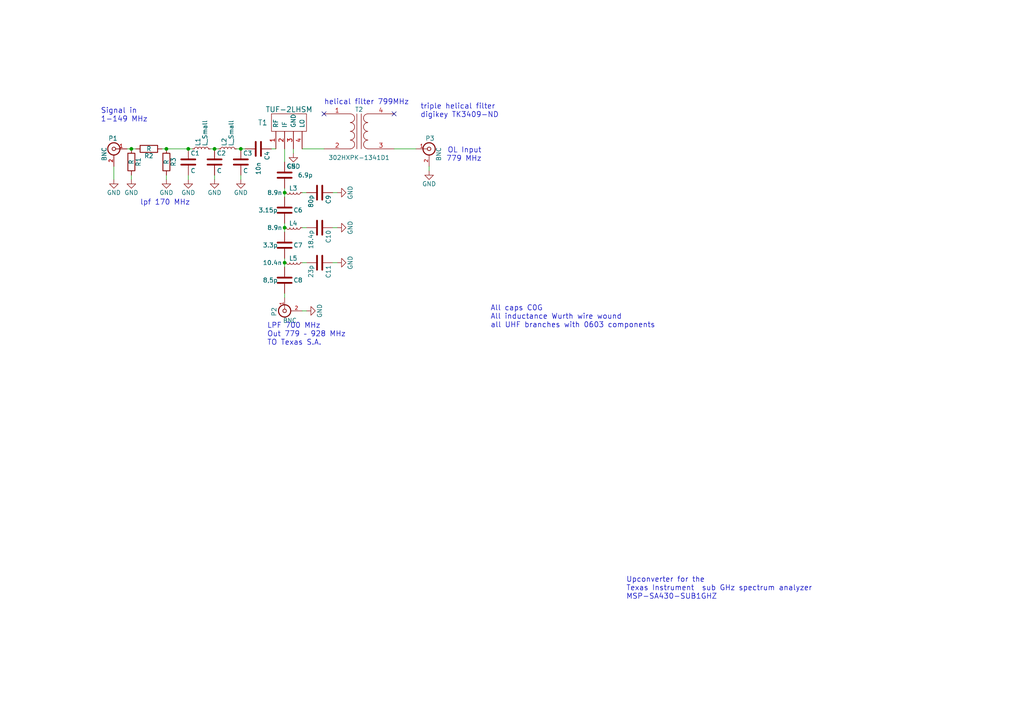
<source format=kicad_sch>
(kicad_sch (version 20230121) (generator eeschema)
  (paper "A4")
  (lib_symbols
    (symbol "AS_Upcvt-rescue:BNC" (pin_names (offset 1.016) hide)
      (property "Reference" "P" (at 0.254 3.048 0))
      (property "Value" "BNC" (at 2.794 -1.524 90))
      (symbol "BNC_0_1"
        (circle (center 0 0) (radius 0.508) (stroke (width 0.2032)))
        (circle (center 0 0) (radius 1.778) (stroke (width 0.3048)))
      )
      (symbol "BNC_1_1"
        (pin passive line (at -3.81 0 0) (length 3.302) (name "In") (number "1"))
        (pin passive line (at 0 -5.08 90) (length 3.302) (name "Ext") (number "2"))
      )
    )
    (symbol "AS_Upcvt-rescue:C" (pin_numbers hide) (pin_names (offset 0.254))
      (property "Reference" "C" (at 0.635 2.54 0))
      (property "Value" "C" (at 0.635 -2.54 0))
      (symbol "C_0_1"
        (polyline (pts (xy -2.032 -0.762) (xy 2.032 -0.762)) (stroke (width 0.508)))
        (polyline (pts (xy -2.032 0.762) (xy 2.032 0.762)) (stroke (width 0.508)))
      )
      (symbol "C_1_1"
        (pin passive line (at 0 3.81 270) (length 2.794) (name "~") (number "1"))
        (pin passive line (at 0 -3.81 90) (length 2.794) (name "~") (number "2"))
      )
    )
    (symbol "AS_Upcvt-rescue:GND" (power) (pin_names (offset 0))
      (property "Value" "GND" (at 0 -3.81 0))
      (symbol "GND_0_1"
        (polyline (pts (xy 0 0) (xy 0 -1.27) (xy 1.27 -1.27) (xy 0 -2.54) (xy -1.27 -1.27) (xy 0 -1.27)))
      )
      (symbol "GND_1_1"
        (pin power_in line (at 0 0 270) (length 0) hide (name "GND") (number "1"))
      )
    )
    (symbol "AS_Upcvt-rescue:L_Small" (pin_numbers hide) (pin_names (offset 0.254) hide)
      (property "Reference" "L" (at 0.762 1.016 0))
      (property "Value" "L_Small" (at 0.762 -1.016 0))
      (symbol "L_Small_0_1"
        (arc (start 0 -2.032) (mid 0.5058 -1.524) (end 0 -1.016))
        (arc (start 0 -1.016) (mid 0.5058 -0.508) (end 0 0))
        (arc (start 0 0) (mid 0.5058 0.508) (end 0 1.016))
        (arc (start 0 1.016) (mid 0.5058 1.524) (end 0 2.032))
      )
      (symbol "L_Small_1_1"
        (pin passive line (at 0 2.54 270) (length 0.508) (name "~") (number "1"))
        (pin passive line (at 0 -2.54 90) (length 0.508) (name "~") (number "2"))
      )
    )
    (symbol "AS_Upcvt-rescue:R" (pin_numbers hide) (pin_names (offset 0))
      (property "Reference" "R" (at 2.032 0 90))
      (property "Value" "R" (at 0 0 90))
      (symbol "R_0_1"
        (rectangle (start -1.016 -2.54) (end 1.016 2.54) (stroke (width 0.254)))
      )
      (symbol "R_1_1"
        (pin passive line (at 0 3.81 270) (length 1.27) (name "~") (number "1"))
        (pin passive line (at 0 -3.81 90) (length 1.27) (name "~") (number "2"))
      )
    )
    (symbol "AS_Upcvt-rescue:TUF-2LHSM" (pin_names (offset 1.016))
      (property "Reference" "T" (at 0 -11.43 0))
      (property "Value" "TUF-2LHSM" (at 0 7.62 0))
      (symbol "TUF-2LHSM_0_1"
        (rectangle (start 0 3.81) (end 5.08 -6.35))
      )
      (symbol "TUF-2LHSM_1_1"
        (pin input line (at -5.08 2.54 0) (length 5.08) (name "RF") (number "1"))
        (pin input line (at -5.08 0 0) (length 5.08) (name "IF") (number "2"))
        (pin input line (at -5.08 -2.54 0) (length 5.08) (name "GND") (number "3"))
        (pin input line (at -5.08 -5.08 0) (length 5.08) (name "LO") (number "4"))
      )
    )
    (symbol "AS_Upcvt-rescue:Transformer_1P_1S" (pin_names (offset 1.016) hide)
      (property "Reference" "T" (at 0 6.35 0))
      (property "Value" "Transformer_1P_1S" (at 0 -7.62 0))
      (symbol "Transformer_1P_1S_0_1"
        (arc (start -2.54 -5.0546) (mid -1.6599 -4.6901) (end -1.27 -3.81))
        (arc (start -2.54 -2.5146) (mid -1.6599 -2.1501) (end -1.27 -1.27))
        (arc (start -2.54 0.0254) (mid -1.6599 0.3899) (end -1.27 1.27))
        (arc (start -2.54 2.5654) (mid -1.6599 2.9299) (end -1.27 3.81))
        (arc (start -1.27 -3.81) (mid -1.642 -2.912) (end -2.54 -2.54))
        (arc (start -1.27 -1.27) (mid -1.642 -0.372) (end -2.54 0))
        (arc (start -1.27 1.27) (mid -1.642 2.168) (end -2.54 2.54))
        (arc (start -1.27 3.81) (mid -1.642 4.708) (end -2.54 5.08))
        (polyline (pts (xy -0.635 5.08) (xy -0.635 -5.08)))
        (polyline (pts (xy 0.635 -5.08) (xy 0.635 5.08)))
        (arc (start 1.2954 -1.27) (mid 1.6599 -2.1501) (end 2.54 -2.5146))
        (arc (start 1.2954 1.27) (mid 1.6599 0.3899) (end 2.54 0.0254))
        (arc (start 1.2954 3.81) (mid 1.6599 2.9299) (end 2.54 2.5654))
        (arc (start 1.3208 -3.81) (mid 1.6853 -4.6901) (end 2.5654 -5.0546))
        (arc (start 2.54 0) (mid 1.642 -0.372) (end 1.2954 -1.27))
        (arc (start 2.54 2.54) (mid 1.642 2.168) (end 1.2954 1.27))
        (arc (start 2.54 5.08) (mid 1.642 4.708) (end 1.2954 3.81))
        (arc (start 2.5654 -2.54) (mid 1.6674 -2.912) (end 1.3208 -3.81))
      )
      (symbol "Transformer_1P_1S_1_1"
        (pin passive line (at -10.16 5.08 0) (length 7.62) (name "AA") (number "1"))
        (pin passive line (at -10.16 -5.08 0) (length 7.62) (name "AB") (number "2"))
        (pin passive line (at 10.16 -5.08 180) (length 7.62) (name "SA") (number "3"))
        (pin passive line (at 10.16 5.08 180) (length 7.62) (name "SB") (number "4"))
      )
    )
  )
  (junction (at 82.55 55.88))
  (junction (at 54.61 43.18))
  (junction (at 82.55 66.04))
  (junction (at 82.55 76.2))
  (junction (at 62.23 43.18))
  (junction (at 48.26 43.18))
  (junction (at 38.1 43.18))
  (junction (at 69.85 43.18))
  (no_connect (at 114.3 33.02))
  (no_connect (at 93.98 33.02))
  (wire (pts (xy 68.58 43.18) (xy 69.85 43.18)))
  (wire (pts (xy 82.55 54.61) (xy 82.55 55.88)))
  (wire (pts (xy 82.55 64.77) (xy 82.55 66.04)))
  (wire (pts (xy 69.85 50.8) (xy 69.85 52.07)))
  (wire (pts (xy 82.55 85.09) (xy 82.55 86.36)))
  (wire (pts (xy 60.96 43.18) (xy 62.23 43.18)))
  (wire (pts (xy 62.23 50.8) (xy 62.23 52.07)))
  (wire (pts (xy 124.46 48.26) (xy 124.46 49.53)))
  (wire (pts (xy 48.26 50.8) (xy 48.26 52.07)))
  (wire (pts (xy 33.02 48.26) (xy 33.02 52.07)))
  (wire (pts (xy 96.52 55.88) (xy 97.79 55.88)))
  (wire (pts (xy 48.26 43.18) (xy 54.61 43.18)))
  (wire (pts (xy 46.99 43.18) (xy 48.26 43.18)))
  (wire (pts (xy 38.1 43.18) (xy 39.37 43.18)))
  (wire (pts (xy 36.83 43.18) (xy 38.1 43.18)))
  (wire (pts (xy 82.55 43.18) (xy 82.55 46.99)))
  (wire (pts (xy 114.3 43.18) (xy 120.65 43.18)))
  (wire (pts (xy 87.63 55.88) (xy 88.9 55.88)))
  (wire (pts (xy 69.85 43.18) (xy 71.12 43.18)))
  (wire (pts (xy 38.1 50.8) (xy 38.1 52.07)))
  (wire (pts (xy 87.63 76.2) (xy 88.9 76.2)))
  (wire (pts (xy 96.52 76.2) (xy 97.79 76.2)))
  (wire (pts (xy 82.55 66.04) (xy 82.55 67.31)))
  (wire (pts (xy 54.61 43.18) (xy 55.88 43.18)))
  (wire (pts (xy 96.52 66.04) (xy 97.79 66.04)))
  (wire (pts (xy 82.55 76.2) (xy 82.55 77.47)))
  (wire (pts (xy 87.63 66.04) (xy 88.9 66.04)))
  (wire (pts (xy 78.74 43.18) (xy 80.01 43.18)))
  (wire (pts (xy 54.61 50.8) (xy 54.61 52.07)))
  (wire (pts (xy 82.55 55.88) (xy 82.55 57.15)))
  (wire (pts (xy 82.55 74.93) (xy 82.55 76.2)))
  (wire (pts (xy 88.9 90.17) (xy 87.63 90.17)))
  (wire (pts (xy 93.98 43.18) (xy 87.63 43.18)))
  (wire (pts (xy 62.23 43.18) (xy 63.5 43.18)))
  (wire (pts (xy 85.09 43.18) (xy 85.09 44.45)))
  (text "Signal in \n1-149 MHz" (at 29.21 35.56 0) (effects (font (size 1.524 1.524)) (justify left bottom)))
  (text "Upconverter for the\nTexas Instrument  sub GHz spectrum analyzer\nMSP-SA430-SUB1GHZ" (at 181.61 173.99 0) (effects (font (size 1.524 1.524)) (justify left bottom)))
  (text "helical filter 799MHz\n\n" (at 93.98 33.02 0) (effects (font (size 1.524 1.524)) (justify left bottom)))
  (text "All caps C0G\nAll inductance Wurth wire wound\nall UHF branches with 0603 components" (at 142.24 95.25 0) (effects (font (size 1.524 1.524)) (justify left bottom)))
  (text "triple helical filter\ndigikey TK3409-ND" (at 121.92 34.29 0) (effects (font (size 1.524 1.524)) (justify left bottom)))
  (text "lpf 170 MHz" (at 40.64 59.69 0) (effects (font (size 1.524 1.524)) (justify left bottom)))
  (text "OL Input\n779 MHz" (at 139.7 46.99 0) (effects (font (size 1.524 1.524)) (justify right bottom)))
  (text "LPF 700 MHz\nOut 779 – 928 MHz\nTO Texas S.A." (at 77.47 100.33 0) (effects (font (size 1.524 1.524)) (justify left bottom)))
  (symbol (lib_id "AS_Upcvt-rescue:BNC") (at 33.02 43.18 0) (mirror y) (unit 1)
    (property "Reference" "P1" (at 32.766 40.132 0))
    (property "Value" "BNC" (at 30.226 44.704 90))
  )
  (symbol (lib_id "AS_Upcvt-rescue:R") (at 38.1 46.99 0) (unit 1)
    (property "Reference" "R1" (at 40.132 46.99 90))
    (property "Value" "R" (at 38.1 46.99 90))
  )
  (symbol (lib_id "AS_Upcvt-rescue:R") (at 43.18 43.18 270) (unit 1)
    (property "Reference" "R2" (at 43.18 45.212 90))
    (property "Value" "R" (at 43.18 43.18 90))
  )
  (symbol (lib_id "AS_Upcvt-rescue:R") (at 48.26 46.99 0) (unit 1)
    (property "Reference" "R3" (at 50.292 46.99 90))
    (property "Value" "R" (at 48.26 46.99 90))
  )
  (symbol (lib_id "AS_Upcvt-rescue:C") (at 54.61 46.99 0) (unit 1)
    (property "Reference" "C1" (at 55.245 44.45 0) (effects (justify left)))
    (property "Value" "C" (at 55.245 49.53 0) (effects (justify left)))
  )
  (symbol (lib_id "AS_Upcvt-rescue:C") (at 62.23 46.99 0) (unit 1)
    (property "Reference" "C2" (at 62.865 44.45 0) (effects (justify left)))
    (property "Value" "C" (at 62.865 49.53 0) (effects (justify left)))
  )
  (symbol (lib_id "AS_Upcvt-rescue:L_Small") (at 58.42 43.18 90) (unit 1)
    (property "Reference" "L1" (at 57.404 42.418 0) (effects (justify left)))
    (property "Value" "L_Small" (at 59.436 42.418 0) (effects (justify left)))
  )
  (symbol (lib_id "AS_Upcvt-rescue:C") (at 69.85 46.99 0) (unit 1)
    (property "Reference" "C3" (at 70.485 44.45 0) (effects (justify left)))
    (property "Value" "C" (at 70.485 49.53 0) (effects (justify left)))
  )
  (symbol (lib_id "AS_Upcvt-rescue:L_Small") (at 66.04 43.18 90) (unit 1)
    (property "Reference" "L2" (at 65.024 42.418 0) (effects (justify left)))
    (property "Value" "L_Small" (at 67.056 42.418 0) (effects (justify left)))
  )
  (symbol (lib_id "AS_Upcvt-rescue:TUF-2LHSM") (at 82.55 38.1 90) (unit 1)
    (property "Reference" "T1" (at 76.2 35.56 90) (effects (font (size 1.524 1.524))))
    (property "Value" "TUF-2LHSM" (at 83.82 31.75 90) (effects (font (size 1.524 1.524))))
  )
  (symbol (lib_id "AS_Upcvt-rescue:C") (at 74.93 43.18 270) (unit 1)
    (property "Reference" "C4" (at 77.47 43.815 0) (effects (justify left)))
    (property "Value" "10n" (at 74.93 46.99 0) (effects (justify left)))
  )
  (symbol (lib_id "AS_Upcvt-rescue:BNC") (at 82.55 90.17 90) (mirror x) (unit 1)
    (property "Reference" "P2" (at 79.502 90.424 0))
    (property "Value" "BNC" (at 84.074 92.964 90))
  )
  (symbol (lib_id "AS_Upcvt-rescue:GND") (at 38.1 52.07 0) (unit 1)
    (property "Reference" "#PWR2" (effects hide))
    (property "Value" "GND" (at 38.1 55.88 0))
  )
  (symbol (lib_id "AS_Upcvt-rescue:GND") (at 48.26 52.07 0) (unit 1)
    (property "Reference" "#PWR3" (effects hide))
    (property "Value" "GND" (at 48.26 55.88 0))
  )
  (symbol (lib_id "AS_Upcvt-rescue:GND") (at 54.61 52.07 0) (unit 1)
    (property "Reference" "#PWR4" (effects hide))
    (property "Value" "GND" (at 54.61 55.88 0))
  )
  (symbol (lib_id "AS_Upcvt-rescue:GND") (at 62.23 52.07 0) (unit 1)
    (property "Reference" "#PWR5" (effects hide))
    (property "Value" "GND" (at 62.23 55.88 0))
  )
  (symbol (lib_id "AS_Upcvt-rescue:GND") (at 69.85 52.07 0) (unit 1)
    (property "Reference" "#PWR6" (effects hide))
    (property "Value" "GND" (at 69.85 55.88 0))
  )
  (symbol (lib_id "AS_Upcvt-rescue:GND") (at 33.02 52.07 0) (unit 1)
    (property "Reference" "#PWR1" (effects hide))
    (property "Value" "GND" (at 33.02 55.88 0))
  )
  (symbol (lib_id "AS_Upcvt-rescue:GND") (at 85.09 44.45 0) (unit 1)
    (property "Reference" "#PWR7" (effects hide))
    (property "Value" "GND" (at 85.09 48.26 0))
  )
  (symbol (lib_id "AS_Upcvt-rescue:C") (at 82.55 50.8 0) (unit 1)
    (property "Reference" "C5" (at 83.185 48.26 0) (effects (justify left)))
    (property "Value" "6.9p" (at 86.36 50.8 0) (effects (justify left)))
  )
  (symbol (lib_id "AS_Upcvt-rescue:L_Small") (at 85.09 55.88 270) (unit 1)
    (property "Reference" "L3" (at 83.82 54.61 90) (effects (justify left)))
    (property "Value" "8.9n" (at 77.47 55.88 90) (effects (justify left)))
  )
  (symbol (lib_id "AS_Upcvt-rescue:C") (at 92.71 55.88 270) (unit 1)
    (property "Reference" "C9" (at 95.25 56.515 0) (effects (justify left)))
    (property "Value" "80p" (at 90.17 56.515 0) (effects (justify left)))
  )
  (symbol (lib_id "AS_Upcvt-rescue:C") (at 82.55 60.96 0) (unit 1)
    (property "Reference" "C6" (at 85.09 60.96 0) (effects (justify left)))
    (property "Value" "3.15p" (at 74.93 60.96 0) (effects (justify left)))
  )
  (symbol (lib_id "AS_Upcvt-rescue:L_Small") (at 85.09 66.04 270) (unit 1)
    (property "Reference" "L4" (at 83.82 64.77 90) (effects (justify left)))
    (property "Value" "8.9n" (at 77.47 66.04 90) (effects (justify left)))
  )
  (symbol (lib_id "AS_Upcvt-rescue:C") (at 92.71 66.04 270) (unit 1)
    (property "Reference" "C10" (at 95.25 66.675 0) (effects (justify left)))
    (property "Value" "18.4p" (at 90.17 66.675 0) (effects (justify left)))
  )
  (symbol (lib_id "AS_Upcvt-rescue:C") (at 82.55 71.12 0) (unit 1)
    (property "Reference" "C7" (at 85.09 71.12 0) (effects (justify left)))
    (property "Value" "3.3p" (at 76.2 71.12 0) (effects (justify left)))
  )
  (symbol (lib_id "AS_Upcvt-rescue:L_Small") (at 85.09 76.2 270) (unit 1)
    (property "Reference" "L5" (at 83.82 74.93 90) (effects (justify left)))
    (property "Value" "10.4n" (at 76.2 76.2 90) (effects (justify left)))
  )
  (symbol (lib_id "AS_Upcvt-rescue:C") (at 92.71 76.2 270) (unit 1)
    (property "Reference" "C11" (at 95.25 76.835 0) (effects (justify left)))
    (property "Value" "23p" (at 90.17 76.835 0) (effects (justify left)))
  )
  (symbol (lib_id "AS_Upcvt-rescue:C") (at 82.55 81.28 0) (unit 1)
    (property "Reference" "C8" (at 85.09 81.28 0) (effects (justify left)))
    (property "Value" "8,5p" (at 76.2 81.28 0) (effects (justify left)))
  )
  (symbol (lib_id "AS_Upcvt-rescue:GND") (at 97.79 55.88 90) (unit 1)
    (property "Reference" "#PWR9" (effects hide))
    (property "Value" "GND" (at 101.6 55.88 0))
  )
  (symbol (lib_id "AS_Upcvt-rescue:GND") (at 97.79 66.04 90) (unit 1)
    (property "Reference" "#PWR10" (effects hide))
    (property "Value" "GND" (at 101.6 66.04 0))
  )
  (symbol (lib_id "AS_Upcvt-rescue:GND") (at 97.79 76.2 90) (unit 1)
    (property "Reference" "#PWR11" (effects hide))
    (property "Value" "GND" (at 101.6 76.2 0))
  )
  (symbol (lib_id "AS_Upcvt-rescue:GND") (at 88.9 90.17 90) (mirror x) (unit 1)
    (property "Reference" "#PWR8" (effects hide))
    (property "Value" "GND" (at 92.71 90.17 0))
  )
  (symbol (lib_id "AS_Upcvt-rescue:Transformer_1P_1S") (at 104.14 38.1 0) (unit 1)
    (property "Reference" "T2" (at 104.14 31.75 0))
    (property "Value" "302HXPK-1341D1" (at 104.14 45.72 0))
  )
  (symbol (lib_id "AS_Upcvt-rescue:BNC") (at 124.46 43.18 0) (unit 1)
    (property "Reference" "P3" (at 124.714 40.132 0))
    (property "Value" "BNC" (at 127.254 44.704 90))
  )
  (symbol (lib_id "AS_Upcvt-rescue:GND") (at 124.46 49.53 0) (unit 1)
    (property "Reference" "#PWR12" (effects hide))
    (property "Value" "GND" (at 124.46 53.34 0))
  )
)
</source>
